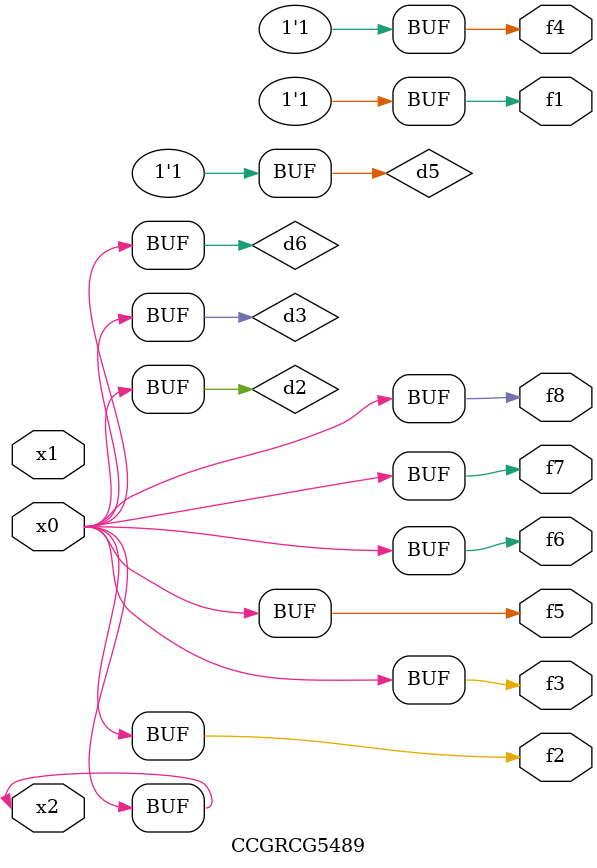
<source format=v>
module CCGRCG5489(
	input x0, x1, x2,
	output f1, f2, f3, f4, f5, f6, f7, f8
);

	wire d1, d2, d3, d4, d5, d6;

	xnor (d1, x2);
	buf (d2, x0, x2);
	and (d3, x0);
	xnor (d4, x1, x2);
	nand (d5, d1, d3);
	buf (d6, d2, d3);
	assign f1 = d5;
	assign f2 = d6;
	assign f3 = d6;
	assign f4 = d5;
	assign f5 = d6;
	assign f6 = d6;
	assign f7 = d6;
	assign f8 = d6;
endmodule

</source>
